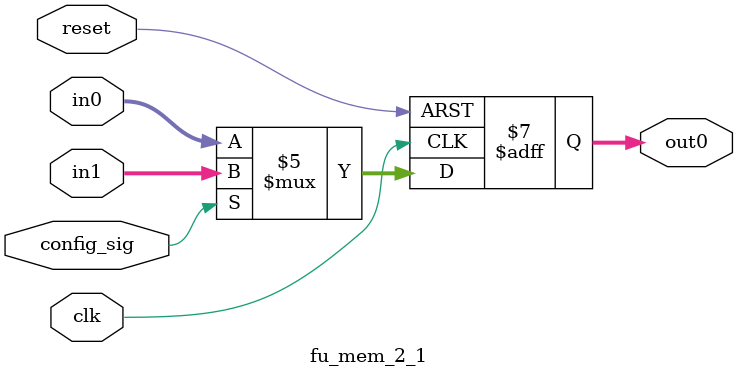
<source format=v>

module fu_mem_2_1(clk, reset, config_sig, in0, in1, out0);
    parameter size = 32;
    // Specifying the ports
    input clk, reset, config_sig;
    input [size-1:0] in0, in1;
    output reg [size-1:0] out0;

    always @(posedge clk, posedge reset)
        if (reset == 1)
            out0 <= 0;
        else if (config_sig == 0)
            out0 <= in0;
        else
            out0 <= in1;
endmodule


</source>
